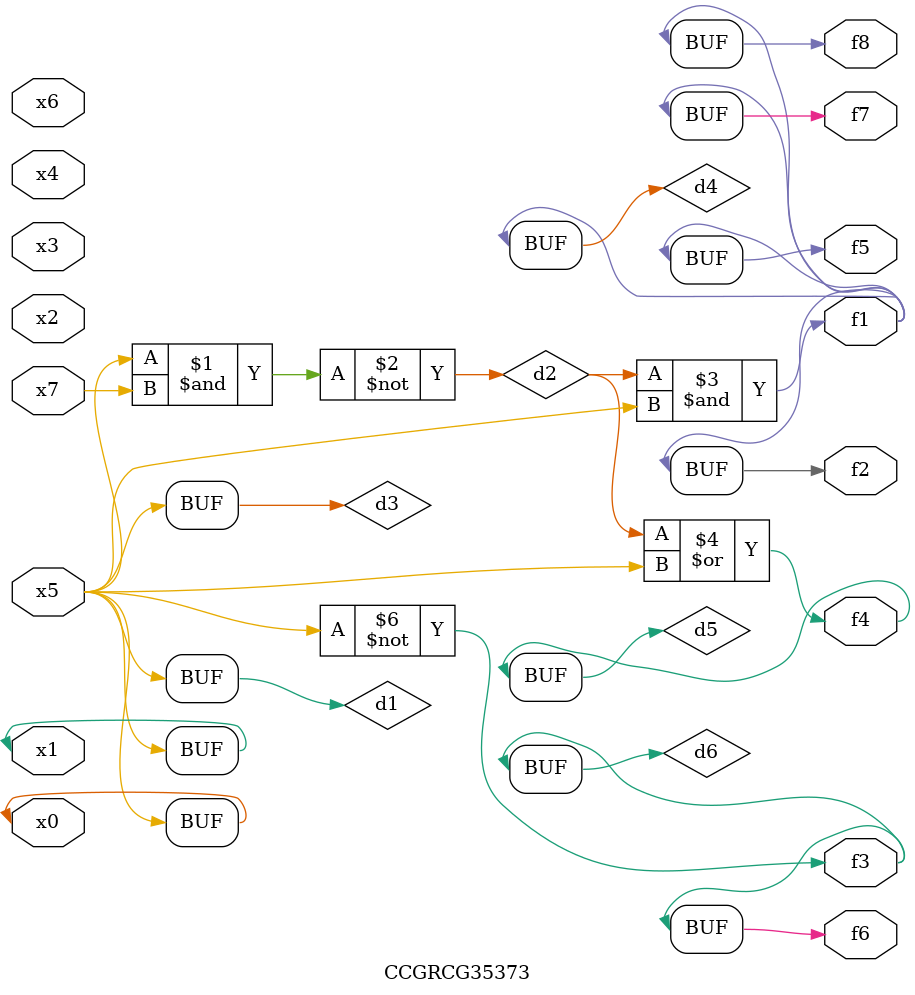
<source format=v>
module CCGRCG35373(
	input x0, x1, x2, x3, x4, x5, x6, x7,
	output f1, f2, f3, f4, f5, f6, f7, f8
);

	wire d1, d2, d3, d4, d5, d6;

	buf (d1, x0, x5);
	nand (d2, x5, x7);
	buf (d3, x0, x1);
	and (d4, d2, d3);
	or (d5, d2, d3);
	nor (d6, d1, d3);
	assign f1 = d4;
	assign f2 = d4;
	assign f3 = d6;
	assign f4 = d5;
	assign f5 = d4;
	assign f6 = d6;
	assign f7 = d4;
	assign f8 = d4;
endmodule

</source>
